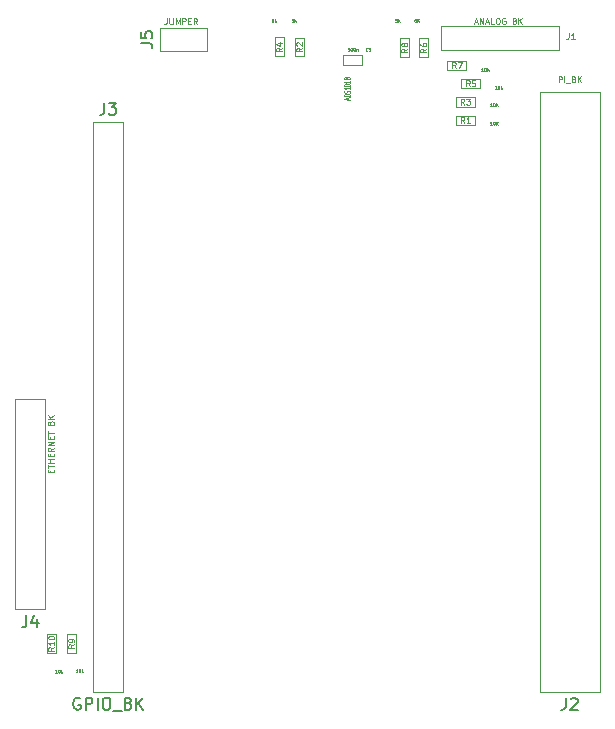
<source format=gbr>
G04 #@! TF.FileFunction,Other,Fab,Top*
%FSLAX46Y46*%
G04 Gerber Fmt 4.6, Leading zero omitted, Abs format (unit mm)*
G04 Created by KiCad (PCBNEW 4.0.6-e0-6349~53~ubuntu16.04.1) date Tue Jul  4 14:56:25 2017*
%MOMM*%
%LPD*%
G01*
G04 APERTURE LIST*
%ADD10C,0.100000*%
%ADD11C,0.062500*%
%ADD12C,0.150000*%
%ADD13C,0.075000*%
%ADD14C,0.125000*%
G04 APERTURE END LIST*
D10*
X87450000Y-34150000D02*
X87450000Y-33350000D01*
X89050000Y-34150000D02*
X87450000Y-34150000D01*
X89050000Y-33350000D02*
X89050000Y-34150000D01*
X87450000Y-33350000D02*
X89050000Y-33350000D01*
X95750000Y-32900000D02*
X105750000Y-32900000D01*
X105750000Y-32900000D02*
X105750000Y-30900000D01*
X105750000Y-30900000D02*
X95750000Y-30900000D01*
X95750000Y-30900000D02*
X95750000Y-32900000D01*
X109210000Y-87270000D02*
X109210000Y-36470000D01*
X109210000Y-36470000D02*
X104130000Y-36470000D01*
X104130000Y-36470000D02*
X104130000Y-87270000D01*
X104130000Y-87270000D02*
X109210000Y-87270000D01*
X97050000Y-39250000D02*
X97050000Y-38450000D01*
X98650000Y-39250000D02*
X97050000Y-39250000D01*
X98650000Y-38450000D02*
X98650000Y-39250000D01*
X97050000Y-38450000D02*
X98650000Y-38450000D01*
X83400000Y-31850000D02*
X84200000Y-31850000D01*
X83400000Y-33450000D02*
X83400000Y-31850000D01*
X84200000Y-33450000D02*
X83400000Y-33450000D01*
X84200000Y-31850000D02*
X84200000Y-33450000D01*
X97050000Y-37700000D02*
X97050000Y-36900000D01*
X98650000Y-37700000D02*
X97050000Y-37700000D01*
X98650000Y-36900000D02*
X98650000Y-37700000D01*
X97050000Y-36900000D02*
X98650000Y-36900000D01*
X81710000Y-31840000D02*
X82510000Y-31840000D01*
X81710000Y-33440000D02*
X81710000Y-31840000D01*
X82510000Y-33440000D02*
X81710000Y-33440000D01*
X82510000Y-31840000D02*
X82510000Y-33440000D01*
X97500000Y-36150000D02*
X97500000Y-35350000D01*
X99100000Y-36150000D02*
X97500000Y-36150000D01*
X99100000Y-35350000D02*
X99100000Y-36150000D01*
X97500000Y-35350000D02*
X99100000Y-35350000D01*
X93900000Y-31900000D02*
X94700000Y-31900000D01*
X93900000Y-33500000D02*
X93900000Y-31900000D01*
X94700000Y-33500000D02*
X93900000Y-33500000D01*
X94700000Y-31900000D02*
X94700000Y-33500000D01*
X96300000Y-34600000D02*
X96300000Y-33800000D01*
X97900000Y-34600000D02*
X96300000Y-34600000D01*
X97900000Y-33800000D02*
X97900000Y-34600000D01*
X96300000Y-33800000D02*
X97900000Y-33800000D01*
X92290000Y-31900000D02*
X93090000Y-31900000D01*
X92290000Y-33500000D02*
X92290000Y-31900000D01*
X93090000Y-33500000D02*
X92290000Y-33500000D01*
X93090000Y-31900000D02*
X93090000Y-33500000D01*
X64900000Y-83950000D02*
X64100000Y-83950000D01*
X64900000Y-82350000D02*
X64900000Y-83950000D01*
X64100000Y-82350000D02*
X64900000Y-82350000D01*
X64100000Y-83950000D02*
X64100000Y-82350000D01*
X63200000Y-83950000D02*
X62400000Y-83950000D01*
X63200000Y-82350000D02*
X63200000Y-83950000D01*
X62400000Y-82350000D02*
X63200000Y-82350000D01*
X62400000Y-83950000D02*
X62400000Y-82350000D01*
X62270000Y-80270000D02*
X62270000Y-62490000D01*
X62270000Y-62490000D02*
X59730000Y-62490000D01*
X59730000Y-62490000D02*
X59730000Y-80270000D01*
X59730000Y-80270000D02*
X62270000Y-80270000D01*
X71950000Y-33000000D02*
X75950000Y-33000000D01*
X75950000Y-33000000D02*
X75950000Y-31000000D01*
X75950000Y-31000000D02*
X71950000Y-31000000D01*
X71950000Y-31000000D02*
X71950000Y-33000000D01*
X66330000Y-38980000D02*
X66330000Y-87240000D01*
X66330000Y-87240000D02*
X68870000Y-87240000D01*
X68870000Y-87240000D02*
X68870000Y-38980000D01*
X68870000Y-38980000D02*
X66330000Y-38980000D01*
D11*
X88020239Y-32963095D02*
X87877382Y-32963095D01*
X87948811Y-32963095D02*
X87948811Y-32713095D01*
X87925001Y-32748810D01*
X87901192Y-32772619D01*
X87877382Y-32784524D01*
X88175001Y-32713095D02*
X88198810Y-32713095D01*
X88222620Y-32725000D01*
X88234525Y-32736905D01*
X88246429Y-32760714D01*
X88258334Y-32808333D01*
X88258334Y-32867857D01*
X88246429Y-32915476D01*
X88234525Y-32939286D01*
X88222620Y-32951190D01*
X88198810Y-32963095D01*
X88175001Y-32963095D01*
X88151191Y-32951190D01*
X88139287Y-32939286D01*
X88127382Y-32915476D01*
X88115477Y-32867857D01*
X88115477Y-32808333D01*
X88127382Y-32760714D01*
X88139287Y-32736905D01*
X88151191Y-32725000D01*
X88175001Y-32713095D01*
X88413096Y-32713095D02*
X88436905Y-32713095D01*
X88460715Y-32725000D01*
X88472620Y-32736905D01*
X88484524Y-32760714D01*
X88496429Y-32808333D01*
X88496429Y-32867857D01*
X88484524Y-32915476D01*
X88472620Y-32939286D01*
X88460715Y-32951190D01*
X88436905Y-32963095D01*
X88413096Y-32963095D01*
X88389286Y-32951190D01*
X88377382Y-32939286D01*
X88365477Y-32915476D01*
X88353572Y-32867857D01*
X88353572Y-32808333D01*
X88365477Y-32760714D01*
X88377382Y-32736905D01*
X88389286Y-32725000D01*
X88413096Y-32713095D01*
X88603572Y-32796429D02*
X88603572Y-32963095D01*
X88603572Y-32820238D02*
X88615477Y-32808333D01*
X88639286Y-32796429D01*
X88675000Y-32796429D01*
X88698810Y-32808333D01*
X88710715Y-32832143D01*
X88710715Y-32963095D01*
X89558334Y-32939286D02*
X89546429Y-32951190D01*
X89510715Y-32963095D01*
X89486905Y-32963095D01*
X89451191Y-32951190D01*
X89427382Y-32927381D01*
X89415477Y-32903571D01*
X89403572Y-32855952D01*
X89403572Y-32820238D01*
X89415477Y-32772619D01*
X89427382Y-32748810D01*
X89451191Y-32725000D01*
X89486905Y-32713095D01*
X89510715Y-32713095D01*
X89546429Y-32725000D01*
X89558334Y-32736905D01*
X89796429Y-32963095D02*
X89653572Y-32963095D01*
X89725001Y-32963095D02*
X89725001Y-32713095D01*
X89701191Y-32748810D01*
X89677382Y-32772619D01*
X89653572Y-32784524D01*
D10*
X98620000Y-30543333D02*
X98858095Y-30543333D01*
X98572381Y-30686190D02*
X98739048Y-30186190D01*
X98905714Y-30686190D01*
X99072381Y-30686190D02*
X99072381Y-30186190D01*
X99358095Y-30686190D01*
X99358095Y-30186190D01*
X99572381Y-30543333D02*
X99810476Y-30543333D01*
X99524762Y-30686190D02*
X99691429Y-30186190D01*
X99858095Y-30686190D01*
X100262857Y-30686190D02*
X100024762Y-30686190D01*
X100024762Y-30186190D01*
X100524762Y-30186190D02*
X100620000Y-30186190D01*
X100667619Y-30210000D01*
X100715238Y-30257619D01*
X100739047Y-30352857D01*
X100739047Y-30519524D01*
X100715238Y-30614762D01*
X100667619Y-30662381D01*
X100620000Y-30686190D01*
X100524762Y-30686190D01*
X100477143Y-30662381D01*
X100429524Y-30614762D01*
X100405714Y-30519524D01*
X100405714Y-30352857D01*
X100429524Y-30257619D01*
X100477143Y-30210000D01*
X100524762Y-30186190D01*
X101215238Y-30210000D02*
X101167619Y-30186190D01*
X101096191Y-30186190D01*
X101024762Y-30210000D01*
X100977143Y-30257619D01*
X100953334Y-30305238D01*
X100929524Y-30400476D01*
X100929524Y-30471905D01*
X100953334Y-30567143D01*
X100977143Y-30614762D01*
X101024762Y-30662381D01*
X101096191Y-30686190D01*
X101143810Y-30686190D01*
X101215238Y-30662381D01*
X101239048Y-30638571D01*
X101239048Y-30471905D01*
X101143810Y-30471905D01*
X102000952Y-30424286D02*
X102072381Y-30448095D01*
X102096190Y-30471905D01*
X102120000Y-30519524D01*
X102120000Y-30590952D01*
X102096190Y-30638571D01*
X102072381Y-30662381D01*
X102024762Y-30686190D01*
X101834286Y-30686190D01*
X101834286Y-30186190D01*
X102000952Y-30186190D01*
X102048571Y-30210000D01*
X102072381Y-30233810D01*
X102096190Y-30281429D01*
X102096190Y-30329048D01*
X102072381Y-30376667D01*
X102048571Y-30400476D01*
X102000952Y-30424286D01*
X101834286Y-30424286D01*
X102334286Y-30686190D02*
X102334286Y-30186190D01*
X102620000Y-30686190D02*
X102405714Y-30400476D01*
X102620000Y-30186190D02*
X102334286Y-30471905D01*
X106593334Y-31486190D02*
X106593334Y-31843333D01*
X106569524Y-31914762D01*
X106521905Y-31962381D01*
X106450477Y-31986190D01*
X106402858Y-31986190D01*
X107093333Y-31986190D02*
X106807619Y-31986190D01*
X106950476Y-31986190D02*
X106950476Y-31486190D01*
X106902857Y-31557619D01*
X106855238Y-31605238D01*
X106807619Y-31629048D01*
X105729525Y-35636190D02*
X105729525Y-35136190D01*
X105920001Y-35136190D01*
X105967620Y-35160000D01*
X105991429Y-35183810D01*
X106015239Y-35231429D01*
X106015239Y-35302857D01*
X105991429Y-35350476D01*
X105967620Y-35374286D01*
X105920001Y-35398095D01*
X105729525Y-35398095D01*
X106229525Y-35636190D02*
X106229525Y-35136190D01*
X106348572Y-35683810D02*
X106729524Y-35683810D01*
X107015238Y-35374286D02*
X107086667Y-35398095D01*
X107110476Y-35421905D01*
X107134286Y-35469524D01*
X107134286Y-35540952D01*
X107110476Y-35588571D01*
X107086667Y-35612381D01*
X107039048Y-35636190D01*
X106848572Y-35636190D01*
X106848572Y-35136190D01*
X107015238Y-35136190D01*
X107062857Y-35160000D01*
X107086667Y-35183810D01*
X107110476Y-35231429D01*
X107110476Y-35279048D01*
X107086667Y-35326667D01*
X107062857Y-35350476D01*
X107015238Y-35374286D01*
X106848572Y-35374286D01*
X107348572Y-35636190D02*
X107348572Y-35136190D01*
X107634286Y-35636190D02*
X107420000Y-35350476D01*
X107634286Y-35136190D02*
X107348572Y-35421905D01*
D12*
X106336667Y-87782381D02*
X106336667Y-88496667D01*
X106289047Y-88639524D01*
X106193809Y-88734762D01*
X106050952Y-88782381D01*
X105955714Y-88782381D01*
X106765238Y-87877619D02*
X106812857Y-87830000D01*
X106908095Y-87782381D01*
X107146191Y-87782381D01*
X107241429Y-87830000D01*
X107289048Y-87877619D01*
X107336667Y-87972857D01*
X107336667Y-88068095D01*
X107289048Y-88210952D01*
X106717619Y-88782381D01*
X107336667Y-88782381D01*
D11*
X100087381Y-39223095D02*
X99944524Y-39223095D01*
X100015953Y-39223095D02*
X100015953Y-38973095D01*
X99992143Y-39008810D01*
X99968334Y-39032619D01*
X99944524Y-39044524D01*
X100242143Y-38973095D02*
X100265952Y-38973095D01*
X100289762Y-38985000D01*
X100301667Y-38996905D01*
X100313571Y-39020714D01*
X100325476Y-39068333D01*
X100325476Y-39127857D01*
X100313571Y-39175476D01*
X100301667Y-39199286D01*
X100289762Y-39211190D01*
X100265952Y-39223095D01*
X100242143Y-39223095D01*
X100218333Y-39211190D01*
X100206429Y-39199286D01*
X100194524Y-39175476D01*
X100182619Y-39127857D01*
X100182619Y-39068333D01*
X100194524Y-39020714D01*
X100206429Y-38996905D01*
X100218333Y-38985000D01*
X100242143Y-38973095D01*
X100432619Y-39223095D02*
X100432619Y-38973095D01*
X100575476Y-39223095D02*
X100468333Y-39080238D01*
X100575476Y-38973095D02*
X100432619Y-39115952D01*
D13*
X97766667Y-39076190D02*
X97600000Y-38838095D01*
X97480953Y-39076190D02*
X97480953Y-38576190D01*
X97671429Y-38576190D01*
X97719048Y-38600000D01*
X97742857Y-38623810D01*
X97766667Y-38671429D01*
X97766667Y-38742857D01*
X97742857Y-38790476D01*
X97719048Y-38814286D01*
X97671429Y-38838095D01*
X97480953Y-38838095D01*
X98242857Y-39076190D02*
X97957143Y-39076190D01*
X98100000Y-39076190D02*
X98100000Y-38576190D01*
X98052381Y-38647619D01*
X98004762Y-38695238D01*
X97957143Y-38719048D01*
D11*
X83254524Y-30283095D02*
X83135477Y-30283095D01*
X83123572Y-30402143D01*
X83135477Y-30390238D01*
X83159286Y-30378333D01*
X83218810Y-30378333D01*
X83242620Y-30390238D01*
X83254524Y-30402143D01*
X83266429Y-30425952D01*
X83266429Y-30485476D01*
X83254524Y-30509286D01*
X83242620Y-30521190D01*
X83218810Y-30533095D01*
X83159286Y-30533095D01*
X83135477Y-30521190D01*
X83123572Y-30509286D01*
X83373572Y-30533095D02*
X83373572Y-30283095D01*
X83516429Y-30533095D02*
X83409286Y-30390238D01*
X83516429Y-30283095D02*
X83373572Y-30425952D01*
D13*
X84026190Y-32733333D02*
X83788095Y-32900000D01*
X84026190Y-33019047D02*
X83526190Y-33019047D01*
X83526190Y-32828571D01*
X83550000Y-32780952D01*
X83573810Y-32757143D01*
X83621429Y-32733333D01*
X83692857Y-32733333D01*
X83740476Y-32757143D01*
X83764286Y-32780952D01*
X83788095Y-32828571D01*
X83788095Y-33019047D01*
X83573810Y-32542857D02*
X83550000Y-32519047D01*
X83526190Y-32471428D01*
X83526190Y-32352381D01*
X83550000Y-32304762D01*
X83573810Y-32280952D01*
X83621429Y-32257143D01*
X83669048Y-32257143D01*
X83740476Y-32280952D01*
X84026190Y-32566666D01*
X84026190Y-32257143D01*
D11*
X100087381Y-37653095D02*
X99944524Y-37653095D01*
X100015953Y-37653095D02*
X100015953Y-37403095D01*
X99992143Y-37438810D01*
X99968334Y-37462619D01*
X99944524Y-37474524D01*
X100242143Y-37403095D02*
X100265952Y-37403095D01*
X100289762Y-37415000D01*
X100301667Y-37426905D01*
X100313571Y-37450714D01*
X100325476Y-37498333D01*
X100325476Y-37557857D01*
X100313571Y-37605476D01*
X100301667Y-37629286D01*
X100289762Y-37641190D01*
X100265952Y-37653095D01*
X100242143Y-37653095D01*
X100218333Y-37641190D01*
X100206429Y-37629286D01*
X100194524Y-37605476D01*
X100182619Y-37557857D01*
X100182619Y-37498333D01*
X100194524Y-37450714D01*
X100206429Y-37426905D01*
X100218333Y-37415000D01*
X100242143Y-37403095D01*
X100432619Y-37653095D02*
X100432619Y-37403095D01*
X100575476Y-37653095D02*
X100468333Y-37510238D01*
X100575476Y-37403095D02*
X100432619Y-37545952D01*
D13*
X97766667Y-37526190D02*
X97600000Y-37288095D01*
X97480953Y-37526190D02*
X97480953Y-37026190D01*
X97671429Y-37026190D01*
X97719048Y-37050000D01*
X97742857Y-37073810D01*
X97766667Y-37121429D01*
X97766667Y-37192857D01*
X97742857Y-37240476D01*
X97719048Y-37264286D01*
X97671429Y-37288095D01*
X97480953Y-37288095D01*
X97933334Y-37026190D02*
X98242857Y-37026190D01*
X98076191Y-37216667D01*
X98147619Y-37216667D01*
X98195238Y-37240476D01*
X98219048Y-37264286D01*
X98242857Y-37311905D01*
X98242857Y-37430952D01*
X98219048Y-37478571D01*
X98195238Y-37502381D01*
X98147619Y-37526190D01*
X98004762Y-37526190D01*
X97957143Y-37502381D01*
X97933334Y-37478571D01*
D11*
X81574524Y-30263095D02*
X81455477Y-30263095D01*
X81443572Y-30382143D01*
X81455477Y-30370238D01*
X81479286Y-30358333D01*
X81538810Y-30358333D01*
X81562620Y-30370238D01*
X81574524Y-30382143D01*
X81586429Y-30405952D01*
X81586429Y-30465476D01*
X81574524Y-30489286D01*
X81562620Y-30501190D01*
X81538810Y-30513095D01*
X81479286Y-30513095D01*
X81455477Y-30501190D01*
X81443572Y-30489286D01*
X81693572Y-30513095D02*
X81693572Y-30263095D01*
X81836429Y-30513095D02*
X81729286Y-30370238D01*
X81836429Y-30263095D02*
X81693572Y-30405952D01*
D13*
X82336190Y-32723333D02*
X82098095Y-32890000D01*
X82336190Y-33009047D02*
X81836190Y-33009047D01*
X81836190Y-32818571D01*
X81860000Y-32770952D01*
X81883810Y-32747143D01*
X81931429Y-32723333D01*
X82002857Y-32723333D01*
X82050476Y-32747143D01*
X82074286Y-32770952D01*
X82098095Y-32818571D01*
X82098095Y-33009047D01*
X82002857Y-32294762D02*
X82336190Y-32294762D01*
X81812381Y-32413809D02*
X82169524Y-32532857D01*
X82169524Y-32223333D01*
D11*
X100487381Y-36173095D02*
X100344524Y-36173095D01*
X100415953Y-36173095D02*
X100415953Y-35923095D01*
X100392143Y-35958810D01*
X100368334Y-35982619D01*
X100344524Y-35994524D01*
X100642143Y-35923095D02*
X100665952Y-35923095D01*
X100689762Y-35935000D01*
X100701667Y-35946905D01*
X100713571Y-35970714D01*
X100725476Y-36018333D01*
X100725476Y-36077857D01*
X100713571Y-36125476D01*
X100701667Y-36149286D01*
X100689762Y-36161190D01*
X100665952Y-36173095D01*
X100642143Y-36173095D01*
X100618333Y-36161190D01*
X100606429Y-36149286D01*
X100594524Y-36125476D01*
X100582619Y-36077857D01*
X100582619Y-36018333D01*
X100594524Y-35970714D01*
X100606429Y-35946905D01*
X100618333Y-35935000D01*
X100642143Y-35923095D01*
X100832619Y-36173095D02*
X100832619Y-35923095D01*
X100975476Y-36173095D02*
X100868333Y-36030238D01*
X100975476Y-35923095D02*
X100832619Y-36065952D01*
D13*
X98216667Y-35976190D02*
X98050000Y-35738095D01*
X97930953Y-35976190D02*
X97930953Y-35476190D01*
X98121429Y-35476190D01*
X98169048Y-35500000D01*
X98192857Y-35523810D01*
X98216667Y-35571429D01*
X98216667Y-35642857D01*
X98192857Y-35690476D01*
X98169048Y-35714286D01*
X98121429Y-35738095D01*
X97930953Y-35738095D01*
X98669048Y-35476190D02*
X98430953Y-35476190D01*
X98407143Y-35714286D01*
X98430953Y-35690476D01*
X98478572Y-35666667D01*
X98597619Y-35666667D01*
X98645238Y-35690476D01*
X98669048Y-35714286D01*
X98692857Y-35761905D01*
X98692857Y-35880952D01*
X98669048Y-35928571D01*
X98645238Y-35952381D01*
X98597619Y-35976190D01*
X98478572Y-35976190D01*
X98430953Y-35952381D01*
X98407143Y-35928571D01*
D11*
X93664524Y-30263095D02*
X93545477Y-30263095D01*
X93533572Y-30382143D01*
X93545477Y-30370238D01*
X93569286Y-30358333D01*
X93628810Y-30358333D01*
X93652620Y-30370238D01*
X93664524Y-30382143D01*
X93676429Y-30405952D01*
X93676429Y-30465476D01*
X93664524Y-30489286D01*
X93652620Y-30501190D01*
X93628810Y-30513095D01*
X93569286Y-30513095D01*
X93545477Y-30501190D01*
X93533572Y-30489286D01*
X93783572Y-30513095D02*
X93783572Y-30263095D01*
X93926429Y-30513095D02*
X93819286Y-30370238D01*
X93926429Y-30263095D02*
X93783572Y-30405952D01*
D13*
X94526190Y-32783333D02*
X94288095Y-32950000D01*
X94526190Y-33069047D02*
X94026190Y-33069047D01*
X94026190Y-32878571D01*
X94050000Y-32830952D01*
X94073810Y-32807143D01*
X94121429Y-32783333D01*
X94192857Y-32783333D01*
X94240476Y-32807143D01*
X94264286Y-32830952D01*
X94288095Y-32878571D01*
X94288095Y-33069047D01*
X94026190Y-32354762D02*
X94026190Y-32450000D01*
X94050000Y-32497619D01*
X94073810Y-32521428D01*
X94145238Y-32569047D01*
X94240476Y-32592857D01*
X94430952Y-32592857D01*
X94478571Y-32569047D01*
X94502381Y-32545238D01*
X94526190Y-32497619D01*
X94526190Y-32402381D01*
X94502381Y-32354762D01*
X94478571Y-32330952D01*
X94430952Y-32307143D01*
X94311905Y-32307143D01*
X94264286Y-32330952D01*
X94240476Y-32354762D01*
X94216667Y-32402381D01*
X94216667Y-32497619D01*
X94240476Y-32545238D01*
X94264286Y-32569047D01*
X94311905Y-32592857D01*
D11*
X99337381Y-34693095D02*
X99194524Y-34693095D01*
X99265953Y-34693095D02*
X99265953Y-34443095D01*
X99242143Y-34478810D01*
X99218334Y-34502619D01*
X99194524Y-34514524D01*
X99492143Y-34443095D02*
X99515952Y-34443095D01*
X99539762Y-34455000D01*
X99551667Y-34466905D01*
X99563571Y-34490714D01*
X99575476Y-34538333D01*
X99575476Y-34597857D01*
X99563571Y-34645476D01*
X99551667Y-34669286D01*
X99539762Y-34681190D01*
X99515952Y-34693095D01*
X99492143Y-34693095D01*
X99468333Y-34681190D01*
X99456429Y-34669286D01*
X99444524Y-34645476D01*
X99432619Y-34597857D01*
X99432619Y-34538333D01*
X99444524Y-34490714D01*
X99456429Y-34466905D01*
X99468333Y-34455000D01*
X99492143Y-34443095D01*
X99682619Y-34693095D02*
X99682619Y-34443095D01*
X99825476Y-34693095D02*
X99718333Y-34550238D01*
X99825476Y-34443095D02*
X99682619Y-34585952D01*
D13*
X97016667Y-34426190D02*
X96850000Y-34188095D01*
X96730953Y-34426190D02*
X96730953Y-33926190D01*
X96921429Y-33926190D01*
X96969048Y-33950000D01*
X96992857Y-33973810D01*
X97016667Y-34021429D01*
X97016667Y-34092857D01*
X96992857Y-34140476D01*
X96969048Y-34164286D01*
X96921429Y-34188095D01*
X96730953Y-34188095D01*
X97183334Y-33926190D02*
X97516667Y-33926190D01*
X97302381Y-34426190D01*
D11*
X92024524Y-30283095D02*
X91905477Y-30283095D01*
X91893572Y-30402143D01*
X91905477Y-30390238D01*
X91929286Y-30378333D01*
X91988810Y-30378333D01*
X92012620Y-30390238D01*
X92024524Y-30402143D01*
X92036429Y-30425952D01*
X92036429Y-30485476D01*
X92024524Y-30509286D01*
X92012620Y-30521190D01*
X91988810Y-30533095D01*
X91929286Y-30533095D01*
X91905477Y-30521190D01*
X91893572Y-30509286D01*
X92143572Y-30533095D02*
X92143572Y-30283095D01*
X92286429Y-30533095D02*
X92179286Y-30390238D01*
X92286429Y-30283095D02*
X92143572Y-30425952D01*
D13*
X92916190Y-32783333D02*
X92678095Y-32950000D01*
X92916190Y-33069047D02*
X92416190Y-33069047D01*
X92416190Y-32878571D01*
X92440000Y-32830952D01*
X92463810Y-32807143D01*
X92511429Y-32783333D01*
X92582857Y-32783333D01*
X92630476Y-32807143D01*
X92654286Y-32830952D01*
X92678095Y-32878571D01*
X92678095Y-33069047D01*
X92630476Y-32497619D02*
X92606667Y-32545238D01*
X92582857Y-32569047D01*
X92535238Y-32592857D01*
X92511429Y-32592857D01*
X92463810Y-32569047D01*
X92440000Y-32545238D01*
X92416190Y-32497619D01*
X92416190Y-32402381D01*
X92440000Y-32354762D01*
X92463810Y-32330952D01*
X92511429Y-32307143D01*
X92535238Y-32307143D01*
X92582857Y-32330952D01*
X92606667Y-32354762D01*
X92630476Y-32402381D01*
X92630476Y-32497619D01*
X92654286Y-32545238D01*
X92678095Y-32569047D01*
X92725714Y-32592857D01*
X92820952Y-32592857D01*
X92868571Y-32569047D01*
X92892381Y-32545238D01*
X92916190Y-32497619D01*
X92916190Y-32402381D01*
X92892381Y-32354762D01*
X92868571Y-32330952D01*
X92820952Y-32307143D01*
X92725714Y-32307143D01*
X92678095Y-32330952D01*
X92654286Y-32354762D01*
X92630476Y-32402381D01*
D11*
X65001191Y-85583095D02*
X64858334Y-85583095D01*
X64929763Y-85583095D02*
X64929763Y-85333095D01*
X64905953Y-85368810D01*
X64882144Y-85392619D01*
X64858334Y-85404524D01*
X65155953Y-85333095D02*
X65179762Y-85333095D01*
X65203572Y-85345000D01*
X65215477Y-85356905D01*
X65227381Y-85380714D01*
X65239286Y-85428333D01*
X65239286Y-85487857D01*
X65227381Y-85535476D01*
X65215477Y-85559286D01*
X65203572Y-85571190D01*
X65179762Y-85583095D01*
X65155953Y-85583095D01*
X65132143Y-85571190D01*
X65120239Y-85559286D01*
X65108334Y-85535476D01*
X65096429Y-85487857D01*
X65096429Y-85428333D01*
X65108334Y-85380714D01*
X65120239Y-85356905D01*
X65132143Y-85345000D01*
X65155953Y-85333095D01*
X65346429Y-85583095D02*
X65346429Y-85333095D01*
X65370238Y-85487857D02*
X65441667Y-85583095D01*
X65441667Y-85416429D02*
X65346429Y-85511667D01*
D13*
X64726190Y-83233333D02*
X64488095Y-83400000D01*
X64726190Y-83519047D02*
X64226190Y-83519047D01*
X64226190Y-83328571D01*
X64250000Y-83280952D01*
X64273810Y-83257143D01*
X64321429Y-83233333D01*
X64392857Y-83233333D01*
X64440476Y-83257143D01*
X64464286Y-83280952D01*
X64488095Y-83328571D01*
X64488095Y-83519047D01*
X64726190Y-82995238D02*
X64726190Y-82900000D01*
X64702381Y-82852381D01*
X64678571Y-82828571D01*
X64607143Y-82780952D01*
X64511905Y-82757143D01*
X64321429Y-82757143D01*
X64273810Y-82780952D01*
X64250000Y-82804762D01*
X64226190Y-82852381D01*
X64226190Y-82947619D01*
X64250000Y-82995238D01*
X64273810Y-83019047D01*
X64321429Y-83042857D01*
X64440476Y-83042857D01*
X64488095Y-83019047D01*
X64511905Y-82995238D01*
X64535714Y-82947619D01*
X64535714Y-82852381D01*
X64511905Y-82804762D01*
X64488095Y-82780952D01*
X64440476Y-82757143D01*
D11*
X63261191Y-85613095D02*
X63118334Y-85613095D01*
X63189763Y-85613095D02*
X63189763Y-85363095D01*
X63165953Y-85398810D01*
X63142144Y-85422619D01*
X63118334Y-85434524D01*
X63415953Y-85363095D02*
X63439762Y-85363095D01*
X63463572Y-85375000D01*
X63475477Y-85386905D01*
X63487381Y-85410714D01*
X63499286Y-85458333D01*
X63499286Y-85517857D01*
X63487381Y-85565476D01*
X63475477Y-85589286D01*
X63463572Y-85601190D01*
X63439762Y-85613095D01*
X63415953Y-85613095D01*
X63392143Y-85601190D01*
X63380239Y-85589286D01*
X63368334Y-85565476D01*
X63356429Y-85517857D01*
X63356429Y-85458333D01*
X63368334Y-85410714D01*
X63380239Y-85386905D01*
X63392143Y-85375000D01*
X63415953Y-85363095D01*
X63606429Y-85613095D02*
X63606429Y-85363095D01*
X63630238Y-85517857D02*
X63701667Y-85613095D01*
X63701667Y-85446429D02*
X63606429Y-85541667D01*
D13*
X63026190Y-83471428D02*
X62788095Y-83638095D01*
X63026190Y-83757142D02*
X62526190Y-83757142D01*
X62526190Y-83566666D01*
X62550000Y-83519047D01*
X62573810Y-83495238D01*
X62621429Y-83471428D01*
X62692857Y-83471428D01*
X62740476Y-83495238D01*
X62764286Y-83519047D01*
X62788095Y-83566666D01*
X62788095Y-83757142D01*
X63026190Y-82995238D02*
X63026190Y-83280952D01*
X63026190Y-83138095D02*
X62526190Y-83138095D01*
X62597619Y-83185714D01*
X62645238Y-83233333D01*
X62669048Y-83280952D01*
X62526190Y-82685714D02*
X62526190Y-82638095D01*
X62550000Y-82590476D01*
X62573810Y-82566667D01*
X62621429Y-82542857D01*
X62716667Y-82519048D01*
X62835714Y-82519048D01*
X62930952Y-82542857D01*
X62978571Y-82566667D01*
X63002381Y-82590476D01*
X63026190Y-82638095D01*
X63026190Y-82685714D01*
X63002381Y-82733333D01*
X62978571Y-82757143D01*
X62930952Y-82780952D01*
X62835714Y-82804762D01*
X62716667Y-82804762D01*
X62621429Y-82780952D01*
X62573810Y-82757143D01*
X62550000Y-82733333D01*
X62526190Y-82685714D01*
X87933333Y-37085713D02*
X87933333Y-36942856D01*
X88076190Y-37114285D02*
X87576190Y-37014285D01*
X88076190Y-36914285D01*
X88076190Y-36814284D02*
X87576190Y-36814284D01*
X87576190Y-36742856D01*
X87600000Y-36699999D01*
X87647619Y-36671427D01*
X87695238Y-36657142D01*
X87790476Y-36642856D01*
X87861905Y-36642856D01*
X87957143Y-36657142D01*
X88004762Y-36671427D01*
X88052381Y-36699999D01*
X88076190Y-36742856D01*
X88076190Y-36814284D01*
X88052381Y-36528570D02*
X88076190Y-36485713D01*
X88076190Y-36414284D01*
X88052381Y-36385713D01*
X88028571Y-36371427D01*
X87980952Y-36357142D01*
X87933333Y-36357142D01*
X87885714Y-36371427D01*
X87861905Y-36385713D01*
X87838095Y-36414284D01*
X87814286Y-36471427D01*
X87790476Y-36499999D01*
X87766667Y-36514284D01*
X87719048Y-36528570D01*
X87671429Y-36528570D01*
X87623810Y-36514284D01*
X87600000Y-36499999D01*
X87576190Y-36471427D01*
X87576190Y-36399999D01*
X87600000Y-36357142D01*
X88076190Y-36071428D02*
X88076190Y-36242856D01*
X88076190Y-36157142D02*
X87576190Y-36157142D01*
X87647619Y-36185713D01*
X87695238Y-36214285D01*
X87719048Y-36242856D01*
X87576190Y-35885714D02*
X87576190Y-35857142D01*
X87600000Y-35828571D01*
X87623810Y-35814285D01*
X87671429Y-35799999D01*
X87766667Y-35785714D01*
X87885714Y-35785714D01*
X87980952Y-35799999D01*
X88028571Y-35814285D01*
X88052381Y-35828571D01*
X88076190Y-35857142D01*
X88076190Y-35885714D01*
X88052381Y-35914285D01*
X88028571Y-35928571D01*
X87980952Y-35942856D01*
X87885714Y-35957142D01*
X87766667Y-35957142D01*
X87671429Y-35942856D01*
X87623810Y-35928571D01*
X87600000Y-35914285D01*
X87576190Y-35885714D01*
X88076190Y-35500000D02*
X88076190Y-35671428D01*
X88076190Y-35585714D02*
X87576190Y-35585714D01*
X87647619Y-35614285D01*
X87695238Y-35642857D01*
X87719048Y-35671428D01*
X87790476Y-35328571D02*
X87766667Y-35357143D01*
X87742857Y-35371428D01*
X87695238Y-35385714D01*
X87671429Y-35385714D01*
X87623810Y-35371428D01*
X87600000Y-35357143D01*
X87576190Y-35328571D01*
X87576190Y-35271428D01*
X87600000Y-35242857D01*
X87623810Y-35228571D01*
X87671429Y-35214286D01*
X87695238Y-35214286D01*
X87742857Y-35228571D01*
X87766667Y-35242857D01*
X87790476Y-35271428D01*
X87790476Y-35328571D01*
X87814286Y-35357143D01*
X87838095Y-35371428D01*
X87885714Y-35385714D01*
X87980952Y-35385714D01*
X88028571Y-35371428D01*
X88052381Y-35357143D01*
X88076190Y-35328571D01*
X88076190Y-35271428D01*
X88052381Y-35242857D01*
X88028571Y-35228571D01*
X87980952Y-35214286D01*
X87885714Y-35214286D01*
X87838095Y-35228571D01*
X87814286Y-35242857D01*
X87790476Y-35271428D01*
D14*
X62714286Y-68674761D02*
X62714286Y-68508095D01*
X62976190Y-68436666D02*
X62976190Y-68674761D01*
X62476190Y-68674761D01*
X62476190Y-68436666D01*
X62476190Y-68293809D02*
X62476190Y-68008095D01*
X62976190Y-68150952D02*
X62476190Y-68150952D01*
X62976190Y-67841428D02*
X62476190Y-67841428D01*
X62714286Y-67841428D02*
X62714286Y-67555714D01*
X62976190Y-67555714D02*
X62476190Y-67555714D01*
X62714286Y-67317618D02*
X62714286Y-67150952D01*
X62976190Y-67079523D02*
X62976190Y-67317618D01*
X62476190Y-67317618D01*
X62476190Y-67079523D01*
X62976190Y-66579523D02*
X62738095Y-66746190D01*
X62976190Y-66865237D02*
X62476190Y-66865237D01*
X62476190Y-66674761D01*
X62500000Y-66627142D01*
X62523810Y-66603333D01*
X62571429Y-66579523D01*
X62642857Y-66579523D01*
X62690476Y-66603333D01*
X62714286Y-66627142D01*
X62738095Y-66674761D01*
X62738095Y-66865237D01*
X62976190Y-66365237D02*
X62476190Y-66365237D01*
X62976190Y-66079523D01*
X62476190Y-66079523D01*
X62714286Y-65841427D02*
X62714286Y-65674761D01*
X62976190Y-65603332D02*
X62976190Y-65841427D01*
X62476190Y-65841427D01*
X62476190Y-65603332D01*
X62476190Y-65460475D02*
X62476190Y-65174761D01*
X62976190Y-65317618D02*
X62476190Y-65317618D01*
X62714286Y-64460476D02*
X62738095Y-64389047D01*
X62761905Y-64365238D01*
X62809524Y-64341428D01*
X62880952Y-64341428D01*
X62928571Y-64365238D01*
X62952381Y-64389047D01*
X62976190Y-64436666D01*
X62976190Y-64627142D01*
X62476190Y-64627142D01*
X62476190Y-64460476D01*
X62500000Y-64412857D01*
X62523810Y-64389047D01*
X62571429Y-64365238D01*
X62619048Y-64365238D01*
X62666667Y-64389047D01*
X62690476Y-64412857D01*
X62714286Y-64460476D01*
X62714286Y-64627142D01*
X62976190Y-64127142D02*
X62476190Y-64127142D01*
X62976190Y-63841428D02*
X62690476Y-64055714D01*
X62476190Y-63841428D02*
X62761905Y-64127142D01*
D12*
X60666667Y-80782381D02*
X60666667Y-81496667D01*
X60619047Y-81639524D01*
X60523809Y-81734762D01*
X60380952Y-81782381D01*
X60285714Y-81782381D01*
X61571429Y-81115714D02*
X61571429Y-81782381D01*
X61333333Y-80734762D02*
X61095238Y-81449048D01*
X61714286Y-81449048D01*
D10*
X72547619Y-30226190D02*
X72547619Y-30583333D01*
X72523809Y-30654762D01*
X72476190Y-30702381D01*
X72404762Y-30726190D01*
X72357143Y-30726190D01*
X72785714Y-30226190D02*
X72785714Y-30630952D01*
X72809523Y-30678571D01*
X72833333Y-30702381D01*
X72880952Y-30726190D01*
X72976190Y-30726190D01*
X73023809Y-30702381D01*
X73047618Y-30678571D01*
X73071428Y-30630952D01*
X73071428Y-30226190D01*
X73309524Y-30726190D02*
X73309524Y-30226190D01*
X73476190Y-30583333D01*
X73642857Y-30226190D01*
X73642857Y-30726190D01*
X73880953Y-30726190D02*
X73880953Y-30226190D01*
X74071429Y-30226190D01*
X74119048Y-30250000D01*
X74142857Y-30273810D01*
X74166667Y-30321429D01*
X74166667Y-30392857D01*
X74142857Y-30440476D01*
X74119048Y-30464286D01*
X74071429Y-30488095D01*
X73880953Y-30488095D01*
X74380953Y-30464286D02*
X74547619Y-30464286D01*
X74619048Y-30726190D02*
X74380953Y-30726190D01*
X74380953Y-30226190D01*
X74619048Y-30226190D01*
X75119048Y-30726190D02*
X74952381Y-30488095D01*
X74833334Y-30726190D02*
X74833334Y-30226190D01*
X75023810Y-30226190D01*
X75071429Y-30250000D01*
X75095238Y-30273810D01*
X75119048Y-30321429D01*
X75119048Y-30392857D01*
X75095238Y-30440476D01*
X75071429Y-30464286D01*
X75023810Y-30488095D01*
X74833334Y-30488095D01*
D12*
X70342381Y-32333333D02*
X71056667Y-32333333D01*
X71199524Y-32380953D01*
X71294762Y-32476191D01*
X71342381Y-32619048D01*
X71342381Y-32714286D01*
X70342381Y-31380952D02*
X70342381Y-31857143D01*
X70818571Y-31904762D01*
X70770952Y-31857143D01*
X70723333Y-31761905D01*
X70723333Y-31523809D01*
X70770952Y-31428571D01*
X70818571Y-31380952D01*
X70913810Y-31333333D01*
X71151905Y-31333333D01*
X71247143Y-31380952D01*
X71294762Y-31428571D01*
X71342381Y-31523809D01*
X71342381Y-31761905D01*
X71294762Y-31857143D01*
X71247143Y-31904762D01*
X65219048Y-87800000D02*
X65123810Y-87752381D01*
X64980953Y-87752381D01*
X64838095Y-87800000D01*
X64742857Y-87895238D01*
X64695238Y-87990476D01*
X64647619Y-88180952D01*
X64647619Y-88323810D01*
X64695238Y-88514286D01*
X64742857Y-88609524D01*
X64838095Y-88704762D01*
X64980953Y-88752381D01*
X65076191Y-88752381D01*
X65219048Y-88704762D01*
X65266667Y-88657143D01*
X65266667Y-88323810D01*
X65076191Y-88323810D01*
X65695238Y-88752381D02*
X65695238Y-87752381D01*
X66076191Y-87752381D01*
X66171429Y-87800000D01*
X66219048Y-87847619D01*
X66266667Y-87942857D01*
X66266667Y-88085714D01*
X66219048Y-88180952D01*
X66171429Y-88228571D01*
X66076191Y-88276190D01*
X65695238Y-88276190D01*
X66695238Y-88752381D02*
X66695238Y-87752381D01*
X67361904Y-87752381D02*
X67552381Y-87752381D01*
X67647619Y-87800000D01*
X67742857Y-87895238D01*
X67790476Y-88085714D01*
X67790476Y-88419048D01*
X67742857Y-88609524D01*
X67647619Y-88704762D01*
X67552381Y-88752381D01*
X67361904Y-88752381D01*
X67266666Y-88704762D01*
X67171428Y-88609524D01*
X67123809Y-88419048D01*
X67123809Y-88085714D01*
X67171428Y-87895238D01*
X67266666Y-87800000D01*
X67361904Y-87752381D01*
X67980952Y-88847619D02*
X68742857Y-88847619D01*
X69314286Y-88228571D02*
X69457143Y-88276190D01*
X69504762Y-88323810D01*
X69552381Y-88419048D01*
X69552381Y-88561905D01*
X69504762Y-88657143D01*
X69457143Y-88704762D01*
X69361905Y-88752381D01*
X68980952Y-88752381D01*
X68980952Y-87752381D01*
X69314286Y-87752381D01*
X69409524Y-87800000D01*
X69457143Y-87847619D01*
X69504762Y-87942857D01*
X69504762Y-88038095D01*
X69457143Y-88133333D01*
X69409524Y-88180952D01*
X69314286Y-88228571D01*
X68980952Y-88228571D01*
X69980952Y-88752381D02*
X69980952Y-87752381D01*
X70552381Y-88752381D02*
X70123809Y-88180952D01*
X70552381Y-87752381D02*
X69980952Y-88323810D01*
X67266667Y-37372381D02*
X67266667Y-38086667D01*
X67219047Y-38229524D01*
X67123809Y-38324762D01*
X66980952Y-38372381D01*
X66885714Y-38372381D01*
X67647619Y-37372381D02*
X68266667Y-37372381D01*
X67933333Y-37753333D01*
X68076191Y-37753333D01*
X68171429Y-37800952D01*
X68219048Y-37848571D01*
X68266667Y-37943810D01*
X68266667Y-38181905D01*
X68219048Y-38277143D01*
X68171429Y-38324762D01*
X68076191Y-38372381D01*
X67790476Y-38372381D01*
X67695238Y-38324762D01*
X67647619Y-38277143D01*
M02*

</source>
